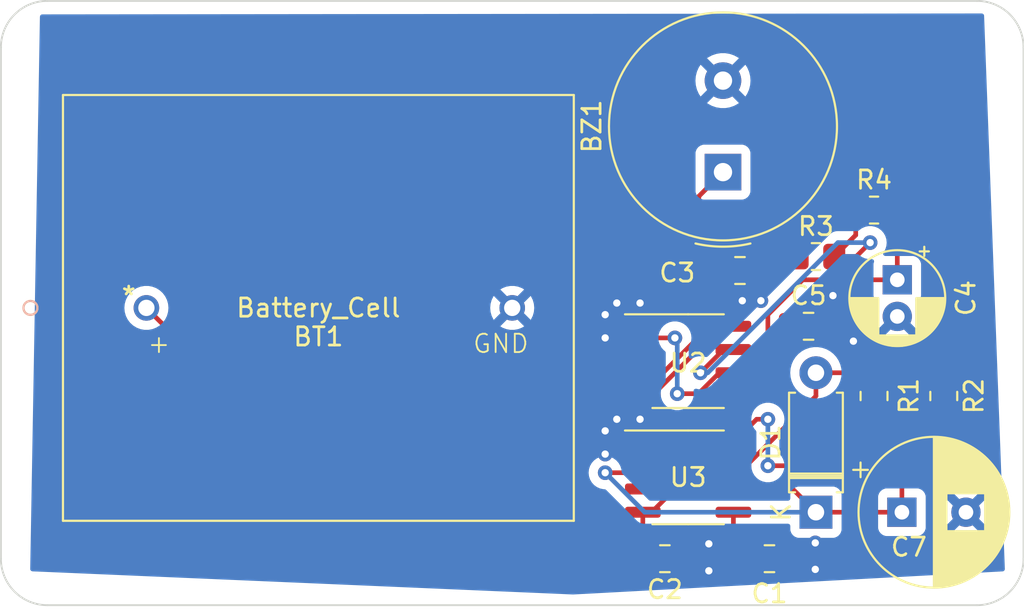
<source format=kicad_pcb>
(kicad_pcb (version 20221018) (generator pcbnew)
  (layers (0 "F.Cu" signal) (31 "B.Cu" signal) (34 "B.Paste" user) (35 "F.Paste" user) (36 "B.SilkS" user "B.Silkscreen") (37 "F.SilkS" user "F.Silkscreen") (38 "B.Mask" user) (39 "F.Mask" user) (44 "Edge.Cuts" user))
  (net 0 "")
  (net 1 "VCC")
  (net 2 "GND")
  (net 3 "Net-(BZ1--)")
  (net 4 "Net-(U3-CV)")
  (net 5 "/timer_out")
  (net 6 "Net-(U2-THR)")
  (net 7 "Net-(U2-CV)")
  (net 8 "Net-(D1-K)")
  (net 9 "Net-(D1-A)")
  (net 10 "Net-(U2-DIS)")
  (footprint "Buzzer_Beeper:Buzzer_TDK_PS1240P02BT_D12.2mm_H6.5mm" (layer "F.Cu") (at 141.0569 83.015785 90)
    (fp_text reference "BZ1" (at 2.5 -7.17 90) (layer "F.SilkS"))
    (fp_text value "Buzzer")
    (fp_arc (start -3.9 1.499999) (mid -4.073431 0) (end -3.9 -1.5) (stroke (width 0.12)) (layer "F.SilkS"))
    (fp_circle (center 2.5 0) (end 8.73 0) (stroke (width 0.12)) (fill none) (layer "F.SilkS"))
    (pad "1" thru_hole rect (at 0 0 90) (size 2 2) (drill 1) (layers "*.Cu" "*.Mask") (net 3 "Net-(BZ1--)"))
    (pad "2" thru_hole circle (at 5 0 90) (size 2 2) (drill 1) (layers "*.Cu" "*.Mask") (net 2 "GND"))
  )
  (footprint "Capacitor_SMD:C_0805_2012Metric_Pad1.18x1.45mm_HandSolder" (layer "F.Cu") (at 137.8819 104.14 180)
    (fp_text reference "C2" (at 0 -1.68) (layer "F.SilkS"))
    (fp_text value "0.01" hide)
    (fp_line (start -0.261252 -0.735) (end 0.261252 -0.735) (stroke (width 0.12)) (layer "F.SilkS"))
    (fp_line (start -0.261252 0.735) (end 0.261252 0.735) (stroke (width 0.12)) (layer "F.SilkS"))
    (pad "1" smd roundrect (at -1.0375 0 180) (size 1.175 1.45) (layers "F.Cu" "F.Paste" "F.Mask") (roundrect_rratio 0.212766) (net 2 "GND"))
    (pad "2" smd roundrect (at 1.0375 0 180) (size 1.175 1.45) (layers "F.Cu" "F.Paste" "F.Mask") (roundrect_rratio 0.212766) (net 1 "VCC"))
  )
  (footprint "Diode_THT:D_A-405_P7.62mm_Horizontal" (layer "F.Cu") (at 146.1369 101.6 90)
    (fp_text reference "D1" (at 3.81 -2.47 90) (layer "F.SilkS"))
    (fp_text value "D" hide)
    (fp_text user "K" (at 0 -1.9 90) (layer "F.SilkS"))
    (fp_line (start 1.09 -1.47) (end 6.53 -1.47) (stroke (width 0.12)) (layer "F.SilkS"))
    (fp_line (start 1.09 -1.14) (end 1.09 -1.47) (stroke (width 0.12)) (layer "F.SilkS"))
    (fp_line (start 1.09 1.14) (end 1.09 1.47) (stroke (width 0.12)) (layer "F.SilkS"))
    (fp_line (start 1.09 1.47) (end 6.53 1.47) (stroke (width 0.12)) (layer "F.SilkS"))
    (fp_line (start 1.87 -1.47) (end 1.87 1.47) (stroke (width 0.12)) (layer "F.SilkS"))
    (fp_line (start 1.99 -1.47) (end 1.99 1.47) (stroke (width 0.12)) (layer "F.SilkS"))
    (fp_line (start 2.11 -1.47) (end 2.11 1.47) (stroke (width 0.12)) (layer "F.SilkS"))
    (fp_line (start 6.53 -1.47) (end 6.53 -1.14) (stroke (width 0.12)) (layer "F.SilkS"))
    (fp_line (start 6.53 1.47) (end 6.53 1.14) (stroke (width 0.12)) (layer "F.SilkS"))
    (pad "1" thru_hole rect (at 0 0 90) (size 1.8 1.8) (drill 0.9) (layers "*.Cu" "*.Mask") (net 8 "Net-(D1-K)"))
    (pad "2" thru_hole oval (at 7.62 0 90) (size 1.8 1.8) (drill 0.9) (layers "*.Cu" "*.Mask") (net 9 "Net-(D1-A)"))
  )
  (footprint "Resistor_SMD:R_0805_2012Metric_Pad1.20x1.40mm_HandSolder" (layer "F.Cu") (at 146.1369 87.63)
    (fp_text reference "R3" (at 0 -1.65) (layer "F.SilkS"))
    (fp_text value "220" hide)
    (fp_line (start -0.227064 -0.735) (end 0.227064 -0.735) (stroke (width 0.12)) (layer "F.SilkS"))
    (fp_line (start -0.227064 0.735) (end 0.227064 0.735) (stroke (width 0.12)) (layer "F.SilkS"))
    (pad "1" smd roundrect (at -1 0) (size 1.2 1.4) (layers "F.Cu" "F.Paste" "F.Mask") (roundrect_rratio 0.208333) (net 5 "/timer_out"))
    (pad "2" smd roundrect (at 1 0) (size 1.2 1.4) (layers "F.Cu" "F.Paste" "F.Mask") (roundrect_rratio 0.208333) (net 10 "Net-(U2-DIS)"))
  )
  (footprint "Capacitor_SMD:C_0805_2012Metric_Pad1.18x1.45mm_HandSolder" (layer "F.Cu") (at 145.7344 91.44)
    (fp_text reference "C5" (at 0 -1.68) (layer "F.SilkS"))
    (fp_text value "0.01u" hide)
    (fp_line (start -0.261252 -0.735) (end 0.261252 -0.735) (stroke (width 0.12)) (layer "F.SilkS"))
    (fp_line (start -0.261252 0.735) (end 0.261252 0.735) (stroke (width 0.12)) (layer "F.SilkS"))
    (pad "1" smd roundrect (at -1.0375 0) (size 1.175 1.45) (layers "F.Cu" "F.Paste" "F.Mask") (roundrect_rratio 0.212766) (net 7 "Net-(U2-CV)"))
    (pad "2" smd roundrect (at 1.0375 0) (size 1.175 1.45) (layers "F.Cu" "F.Paste" "F.Mask") (roundrect_rratio 0.212766) (net 2 "GND"))
  )
  (footprint "Resistor_SMD:R_0805_2012Metric_Pad1.20x1.40mm_HandSolder" (layer "F.Cu") (at 149.3119 85.09)
    (fp_text reference "R4" (at 0 -1.65) (layer "F.SilkS"))
    (fp_text value "10k" hide)
    (fp_line (start -0.227064 -0.735) (end 0.227064 -0.735) (stroke (width 0.12)) (layer "F.SilkS"))
    (fp_line (start -0.227064 0.735) (end 0.227064 0.735) (stroke (width 0.12)) (layer "F.SilkS"))
    (pad "1" smd roundrect (at -1 0) (size 1.2 1.4) (layers "F.Cu" "F.Paste" "F.Mask") (roundrect_rratio 0.208333) (net 10 "Net-(U2-DIS)"))
    (pad "2" smd roundrect (at 1 0) (size 1.2 1.4) (layers "F.Cu" "F.Paste" "F.Mask") (roundrect_rratio 0.208333) (net 6 "Net-(U2-THR)"))
  )
  (footprint "Capacitor_THT:CP_Radial_D5.0mm_P2.00mm" (layer "F.Cu") (at 150.5819 88.9 -90)
    (fp_text reference "C4" (at 1 -3.75 90) (layer "F.SilkS"))
    (fp_text value "0.1uF" hide)
    (fp_line (start -1.804775 -1.475) (end -1.304775 -1.475) (stroke (width 0.12)) (layer "F.SilkS"))
    (fp_line (start -1.554775 -1.725) (end -1.554775 -1.225) (stroke (width 0.12)) (layer "F.SilkS"))
    (fp_line (start 1 -2.58) (end 1 -1.04) (stroke (width 0.12)) (layer "F.SilkS"))
    (fp_line (start 1 1.04) (end 1 2.58) (stroke (width 0.12)) (layer "F.SilkS"))
    (fp_line (start 1.04 -2.58) (end 1.04 -1.04) (stroke (width 0.12)) (layer "F.SilkS"))
    (fp_line (start 1.04 1.04) (end 1.04 2.58) (stroke (width 0.12)) (layer "F.SilkS"))
    (fp_line (start 1.08 -2.579) (end 1.08 -1.04) (stroke (width 0.12)) (layer "F.SilkS"))
    (fp_line (start 1.08 1.04) (end 1.08 2.579) (stroke (width 0.12)) (layer "F.SilkS"))
    (fp_line (start 1.12 -2.578) (end 1.12 -1.04) (stroke (width 0.12)) (layer "F.SilkS"))
    (fp_line (start 1.12 1.04) (end 1.12 2.578) (stroke (width 0.12)) (layer "F.SilkS"))
    (fp_line (start 1.16 -2.576) (end 1.16 -1.04) (stroke (width 0.12)) (layer "F.SilkS"))
    (fp_line (start 1.16 1.04) (end 1.16 2.576) (stroke (width 0.12)) (layer "F.SilkS"))
    (fp_line (start 1.2 -2.573) (end 1.2 -1.04) (stroke (width 0.12)) (layer "F.SilkS"))
    (fp_line (start 1.2 1.04) (end 1.2 2.573) (stroke (width 0.12)) (layer "F.SilkS"))
    (fp_line (start 1.24 -2.569) (end 1.24 -1.04) (stroke (width 0.12)) (layer "F.SilkS"))
    (fp_line (start 1.24 1.04) (end 1.24 2.569) (stroke (width 0.12)) (layer "F.SilkS"))
    (fp_line (start 1.28 -2.565) (end 1.28 -1.04) (stroke (width 0.12)) (layer "F.SilkS"))
    (fp_line (start 1.28 1.04) (end 1.28 2.565) (stroke (width 0.12)) (layer "F.SilkS"))
    (fp_line (start 1.32 -2.561) (end 1.32 -1.04) (stroke (width 0.12)) (layer "F.SilkS"))
    (fp_line (start 1.32 1.04) (end 1.32 2.561) (stroke (width 0.12)) (layer "F.SilkS"))
    (fp_line (start 1.36 -2.556) (end 1.36 -1.04) (stroke (width 0.12)) (layer "F.SilkS"))
    (fp_line (start 1.36 1.04) (end 1.36 2.556) (stroke (width 0.12)) (layer "F.SilkS"))
    (fp_line (start 1.4 -2.55) (end 1.4 -1.04) (stroke (width 0.12)) (layer "F.SilkS"))
    (fp_line (start 1.4 1.04) (end 1.4 2.55) (stroke (width 0.12)) (layer "F.SilkS"))
    (fp_line (start 1.44 -2.543) (end 1.44 -1.04) (stroke (width 0.12)) (layer "F.SilkS"))
    (fp_line (start 1.44 1.04) (end 1.44 2.543) (stroke (width 0.12)) (layer "F.SilkS"))
    (fp_line (start 1.48 -2.536) (end 1.48 -1.04) (stroke (width 0.12)) (layer "F.SilkS"))
    (fp_line (start 1.48 1.04) (end 1.48 2.536) (stroke (width 0.12)) (layer "F.SilkS"))
    (fp_line (start 1.52 -2.528) (end 1.52 -1.04) (stroke (width 0.12)) (layer "F.SilkS"))
    (fp_line (start 1.52 1.04) (end 1.52 2.528) (stroke (width 0.12)) (layer "F.SilkS"))
    (fp_line (start 1.56 -2.52) (end 1.56 -1.04) (stroke (width 0.12)) (layer "F.SilkS"))
    (fp_line (start 1.56 1.04) (end 1.56 2.52) (stroke (width 0.12)) (layer "F.SilkS"))
    (fp_line (start 1.6 -2.511) (end 1.6 -1.04) (stroke (width 0.12)) (layer "F.SilkS"))
    (fp_line (start 1.6 1.04) (end 1.6 2.511) (stroke (width 0.12)) (layer "F.SilkS"))
    (fp_line (start 1.64 -2.501) (end 1.64 -1.04) (stroke (width 0.12)) (layer "F.SilkS"))
    (fp_line (start 1.64 1.04) (end 1.64 2.501) (stroke (width 0.12)) (layer "F.SilkS"))
    (fp_line (start 1.68 -2.491) (end 1.68 -1.04) (stroke (width 0.12)) (layer "F.SilkS"))
    (fp_line (start 1.68 1.04) (end 1.68 2.491) (stroke (width 0.12)) (layer "F.SilkS"))
    (fp_line (start 1.721 -2.48) (end 1.721 -1.04) (stroke (width 0.12)) (layer "F.SilkS"))
    (fp_line (start 1.721 1.04) (end 1.721 2.48) (stroke (width 0.12)) (layer "F.SilkS"))
    (fp_line (start 1.761 -2.468) (end 1.761 -1.04) (stroke (width 0.12)) (layer "F.SilkS"))
    (fp_line (start 1.761 1.04) (end 1.761 2.468) (stroke (width 0.12)) (layer "F.SilkS"))
    (fp_line (start 1.801 -2.455) (end 1.801 -1.04) (stroke (width 0.12)) (layer "F.SilkS"))
    (fp_line (start 1.801 1.04) (end 1.801 2.455) (stroke (width 0.12)) (layer "F.SilkS"))
    (fp_line (start 1.841 -2.442) (end 1.841 -1.04) (stroke (width 0.12)) (layer "F.SilkS"))
    (fp_line (start 1.841 1.04) (end 1.841 2.442) (stroke (width 0.12)) (layer "F.SilkS"))
    (fp_line (start 1.881 -2.428) (end 1.881 -1.04) (stroke (width 0.12)) (layer "F.SilkS"))
    (fp_line (start 1.881 1.04) (end 1.881 2.428) (stroke (width 0.12)) (layer "F.SilkS"))
    (fp_line (start 1.921 -2.414) (end 1.921 -1.04) (stroke (width 0.12)) (layer "F.SilkS"))
    (fp_line (start 1.921 1.04) (end 1.921 2.414) (stroke (width 0.12)) (layer "F.SilkS"))
    (fp_line (start 1.961 -2.398) (end 1.961 -1.04) (stroke (width 0.12)) (layer "F.SilkS"))
    (fp_line (start 1.961 1.04) (end 1.961 2.398) (stroke (width 0.12)) (layer "F.SilkS"))
    (fp_line (start 2.001 -2.382) (end 2.001 -1.04) (stroke (width 0.12)) (layer "F.SilkS"))
    (fp_line (start 2.001 1.04) (end 2.001 2.382) (stroke (width 0.12)) (layer "F.SilkS"))
    (fp_line (start 2.041 -2.365) (end 2.041 -1.04) (stroke (width 0.12)) (layer "F.SilkS"))
    (fp_line (start 2.041 1.04) (end 2.041 2.365) (stroke (width 0.12)) (layer "F.SilkS"))
    (fp_line (start 2.081 -2.348) (end 2.081 -1.04) (stroke (width 0.12)) (layer "F.SilkS"))
    (fp_line (start 2.081 1.04) (end 2.081 2.348) (stroke (width 0.12)) (layer "F.SilkS"))
    (fp_line (start 2.121 -2.329) (end 2.121 -1.04) (stroke (width 0.12)) (layer "F.SilkS"))
    (fp_line (start 2.121 1.04) (end 2.121 2.329) (stroke (width 0.12)) (layer "F.SilkS"))
    (fp_line (start 2.161 -2.31) (end 2.161 -1.04) (stroke (width 0.12)) (layer "F.SilkS"))
    (fp_line (start 2.161 1.04) (end 2.161 2.31) (stroke (width 0.12)) (layer "F.SilkS"))
    (fp_line (start 2.201 -2.29) (end 2.201 -1.04) (stroke (width 0.12)) (layer "F.SilkS"))
    (fp_line (start 2.201 1.04) (end 2.201 2.29) (stroke (width 0.12)) (layer "F.SilkS"))
    (fp_line (start 2.241 -2.268) (end 2.241 -1.04) (stroke (width 0.12)) (layer "F.SilkS"))
    (fp_line (start 2.241 1.04) (end 2.241 2.268) (stroke (width 0.12)) (layer "F.SilkS"))
    (fp_line (start 2.281 -2.247) (end 2.281 -1.04) (stroke (width 0.12)) (layer "F.SilkS"))
    (fp_line (start 2.281 1.04) (end 2.281 2.247) (stroke (width 0.12)) (layer "F.SilkS"))
    (fp_line (start 2.321 -2.224) (end 2.321 -1.04) (stroke (width 0.12)) (layer "F.SilkS"))
    (fp_line (start 2.321 1.04) (end 2.321 2.224) (stroke (width 0.12)) (layer "F.SilkS"))
    (fp_line (start 2.361 -2.2) (end 2.361 -1.04) (stroke (width 0.12)) (layer "F.SilkS"))
    (fp_line (start 2.361 1.04) (end 2.361 2.2) (stroke (width 0.12)) (layer "F.SilkS"))
    (fp_line (start 2.401 -2.175) (end 2.401 -1.04) (stroke (width 0.12)) (layer "F.SilkS"))
    (fp_line (start 2.401 1.04) (end 2.401 2.175) (stroke (width 0.12)) (layer "F.SilkS"))
    (fp_line (start 2.441 -2.149) (end 2.441 -1.04) (stroke (width 0.12)) (layer "F.SilkS"))
    (fp_line (start 2.441 1.04) (end 2.441 2.149) (stroke (width 0.12)) (layer "F.SilkS"))
    (fp_line (start 2.481 -2.122) (end 2.481 -1.04) (stroke (width 0.12)) (layer "F.SilkS"))
    (fp_line (start 2.481 1.04) (end 2.481 2.122) (stroke (width 0.12)) (layer "F.SilkS"))
    (fp_line (start 2.521 -2.095) (end 2.521 -1.04) (stroke (width 0.12)) (layer "F.SilkS"))
    (fp_line (start 2.521 1.04) (end 2.521 2.095) (stroke (width 0.12)) (layer "F.SilkS"))
    (fp_line (start 2.561 -2.065) (end 2.561 -1.04) (stroke (width 0.12)) (layer "F.SilkS"))
    (fp_line (start 2.561 1.04) (end 2.561 2.065) (stroke (width 0.12)) (layer "F.SilkS"))
    (fp_line (start 2.601 -2.035) (end 2.601 -1.04) (stroke (width 0.12)) (layer "F.SilkS"))
    (fp_line (start 2.601 1.04) (end 2.601 2.035) (stroke (width 0.12)) (layer "F.SilkS"))
    (fp_line (start 2.641 -2.004) (end 2.641 -1.04) (stroke (width 0.12)) (layer "F.SilkS"))
    (fp_line (start 2.641 1.04) (end 2.641 2.004) (stroke (width 0.12)) (layer "F.SilkS"))
    (fp_line (start 2.681 -1.971) (end 2.681 -1.04) (stroke (width 0.12)) (layer "F.SilkS"))
    (fp_line (start 2.681 1.04) (end 2.681 1.971) (stroke (width 0.12)) (layer "F.SilkS"))
    (fp_line (start 2.721 -1.937) (end 2.721 -1.04) (stroke (width 0.12)) (layer "F.SilkS"))
    (fp_line (start 2.721 1.04) (end 2.721 1.937) (stroke (width 0.12)) (layer "F.SilkS"))
    (fp_line (start 2.761 -1.901) (end 2.761 -1.04) (stroke (width 0.12)) (layer "F.SilkS"))
    (fp_line (start 2.761 1.04) (end 2.761 1.901) (stroke (width 0.12)) (layer "F.SilkS"))
    (fp_line (start 2.801 -1.864) (end 2.801 -1.04) (stroke (width 0.12)) (layer "F.SilkS"))
    (fp_line (start 2.801 1.04) (end 2.801 1.864) (stroke (width 0.12)) (layer "F.SilkS"))
    (fp_line (start 2.841 -1.826) (end 2.841 -1.04) (stroke (width 0.12)) (layer "F.SilkS"))
    (fp_line (start 2.841 1.04) (end 2.841 1.826) (stroke (width 0.12)) (layer "F.SilkS"))
    (fp_line (start 2.881 -1.785) (end 2.881 -1.04) (stroke (width 0.12)) (layer "F.SilkS"))
    (fp_line (start 2.881 1.04) (end 2.881 1.785) (stroke (width 0.12)) (layer "F.SilkS"))
    (fp_line (start 2.921 -1.743) (end 2.921 -1.04) (stroke (width 0.12)) (layer "F.SilkS"))
    (fp_line (start 2.921 1.04) (end 2.921 1.743) (stroke (width 0.12)) (layer "F.SilkS"))
    (fp_line (start 2.961 -1.699) (end 2.961 -1.04) (stroke (width 0.12)) (layer "F.SilkS"))
    (fp_line (start 2.961 1.04) (end 2.961 1.699) (stroke (width 0.12)) (layer "F.SilkS"))
    (fp_line (start 3.001 -1.653) (end 3.001 -1.04) (stroke (width 0.12)) (layer "F.SilkS"))
    (fp_line (start 3.001 1.04) (end 3.001 1.653) (stroke (width 0.12)) (layer "F.SilkS"))
    (fp_line (start 3.041 -1.605) (end 3.041 1.605) (stroke (width 0.12)) (layer "F.SilkS"))
    (fp_line (start 3.081 -1.554) (end 3.081 1.554) (stroke (width 0.12)) (layer "F.SilkS"))
    (fp_line (start 3.121 -1.5) (end 3.121 1.5) (stroke (width 0.12)) (layer "F.SilkS"))
    (fp_line (start 3.161 -1.443) (end 3.161 1.443) (stroke (width 0.12)) (layer "F.SilkS"))
    (fp_line (start 3.201 -1.383) (end 3.201 1.383) (stroke (width 0.12)) (layer "F.SilkS"))
    (fp_line (start 3.241 -1.319) (end 3.241 1.319) (stroke (width 0.12)) (layer "F.SilkS"))
    (fp_line (start 3.281 -1.251) (end 3.281 1.251) (stroke (width 0.12)) (layer "F.SilkS"))
    (fp_line (start 3.321 -1.178) (end 3.321 1.178) (stroke (width 0.12)) (layer "F.SilkS"))
    (fp_line (start 3.361 -1.098) (end 3.361 1.098) (stroke (width 0.12)) (layer "F.SilkS"))
    (fp_line (start 3.401 -1.011) (end 3.401 1.011) (stroke (width 0.12)) (layer "F.SilkS"))
    (fp_line (start 3.441 -0.915) (end 3.441 0.915) (stroke (width 0.12)) (layer "F.SilkS"))
    (fp_line (start 3.481 -0.805) (end 3.481 0.805) (stroke (width 0.12)) (layer "F.SilkS"))
    (fp_line (start 3.521 -0.677) (end 3.521 0.677) (stroke (width 0.12)) (layer "F.SilkS"))
    (fp_line (start 3.561 -0.518) (end 3.561 0.518) (stroke (width 0.12)) (layer "F.SilkS"))
    (fp_line (start 3.601 -0.284) (end 3.601 0.284) (stroke (width 0.12)) (layer "F.SilkS"))
    (fp_circle (center 1 0) (end 3.62 0) (stroke (width 0.12)) (fill none) (layer "F.SilkS"))
    (pad "1" thru_hole rect (at 0 0 270) (size 1.6 1.6) (drill 0.8) (layers "*.Cu" "*.Mask") (net 6 "Net-(U2-THR)"))
    (pad "2" thru_hole circle (at 2 0 270) (size 1.6 1.6) (drill 0.8) (layers "*.Cu" "*.Mask") (net 2 "GND"))
  )
  (footprint "Package_SO:SOIC-8_3.9x4.9mm_P1.27mm" (layer "F.Cu") (at 139.1519 99.695)
    (fp_text reference "U3" (at 0 0) (layer "F.SilkS"))
    (fp_text value "TLC555xD" hide)
    (fp_line (start 0 -2.56) (end -3.45 -2.56) (stroke (width 0.12)) (layer "F.SilkS"))
    (fp_line (start 0 -2.56) (end 1.95 -2.56) (stroke (width 0.12)) (layer "F.SilkS"))
    (fp_line (start 0 2.56) (end -1.95 2.56) (stroke (width 0.12)) (layer "F.SilkS"))
    (fp_line (start 0 2.56) (end 1.95 2.56) (stroke (width 0.12)) (layer "F.SilkS"))
    (pad "1" smd roundrect (at -2.475 -1.905) (size 1.95 0.6) (layers "F.Cu" "F.Paste" "F.Mask") (net 2 "GND"))
    (pad "2" smd roundrect (at -2.475 -0.635) (size 1.95 0.6) (layers "F.Cu" "F.Paste" "F.Mask") (net 8 "Net-(D1-K)"))
    (pad "3" smd roundrect (at -2.475 0.635) (size 1.95 0.6) (layers "F.Cu" "F.Paste" "F.Mask") (net 5 "/timer_out"))
    (pad "4" smd roundrect (at -2.475 1.905) (size 1.95 0.6) (layers "F.Cu" "F.Paste" "F.Mask") (net 1 "VCC"))
    (pad "5" smd roundrect (at 2.475 1.905) (size 1.95 0.6) (layers "F.Cu" "F.Paste" "F.Mask") (net 4 "Net-(U3-CV)"))
    (pad "6" smd roundrect (at 2.475 0.635) (size 1.95 0.6) (layers "F.Cu" "F.Paste" "F.Mask") (net 8 "Net-(D1-K)"))
    (pad "7" smd roundrect (at 2.475 -0.635) (size 1.95 0.6) (layers "F.Cu" "F.Paste" "F.Mask") (net 9 "Net-(D1-A)"))
    (pad "8" smd roundrect (at 2.475 -1.905) (size 1.95 0.6) (layers "F.Cu" "F.Paste" "F.Mask") (net 1 "VCC"))
  )
  (footprint "Resistor_SMD:R_0805_2012Metric_Pad1.20x1.40mm_HandSolder" (layer "F.Cu") (at 153.1219 95.25 -90)
    (fp_text reference "R2" (at 0 -1.65 90) (layer "F.SilkS"))
    (fp_text value "209M" hide)
    (fp_line (start -0.227064 -0.735) (end 0.227064 -0.735) (stroke (width 0.12)) (layer "F.SilkS"))
    (fp_line (start -0.227064 0.735) (end 0.227064 0.735) (stroke (width 0.12)) (layer "F.SilkS"))
    (pad "1" smd roundrect (at -1 0 270) (size 1.2 1.4) (layers "F.Cu" "F.Paste" "F.Mask") (roundrect_rratio 0.208333) (net 9 "Net-(D1-A)"))
    (pad "2" smd roundrect (at 1 0 270) (size 1.2 1.4) (layers "F.Cu" "F.Paste" "F.Mask") (roundrect_rratio 0.208333) (net 8 "Net-(D1-K)"))
  )
  (footprint "Capacitor_THT:CP_Radial_D8.0mm_P3.50mm" (layer "F.Cu") (at 150.834249 101.6)
    (fp_text reference "C7" (at 0.382651 1.905) (layer "F.SilkS"))
    (fp_text value "3.3u" hide)
    (fp_line (start -2.659698 -2.315) (end -1.859698 -2.315) (stroke (width 0.12)) (layer "F.SilkS"))
    (fp_line (start -2.259698 -2.715) (end -2.259698 -1.915) (stroke (width 0.12)) (layer "F.SilkS"))
    (fp_line (start 1.75 -4.08) (end 1.75 4.08) (stroke (width 0.12)) (layer "F.SilkS"))
    (fp_line (start 1.79 -4.08) (end 1.79 4.08) (stroke (width 0.12)) (layer "F.SilkS"))
    (fp_line (start 1.83 -4.08) (end 1.83 4.08) (stroke (width 0.12)) (layer "F.SilkS"))
    (fp_line (start 1.87 -4.079) (end 1.87 4.079) (stroke (width 0.12)) (layer "F.SilkS"))
    (fp_line (start 1.91 -4.077) (end 1.91 4.077) (stroke (width 0.12)) (layer "F.SilkS"))
    (fp_line (start 1.95 -4.076) (end 1.95 4.076) (stroke (width 0.12)) (layer "F.SilkS"))
    (fp_line (start 1.99 -4.074) (end 1.99 4.074) (stroke (width 0.12)) (layer "F.SilkS"))
    (fp_line (start 2.03 -4.071) (end 2.03 4.071) (stroke (width 0.12)) (layer "F.SilkS"))
    (fp_line (start 2.07 -4.068) (end 2.07 4.068) (stroke (width 0.12)) (layer "F.SilkS"))
    (fp_line (start 2.11 -4.065) (end 2.11 4.065) (stroke (width 0.12)) (layer "F.SilkS"))
    (fp_line (start 2.15 -4.061) (end 2.15 4.061) (stroke (width 0.12)) (layer "F.SilkS"))
    (fp_line (start 2.19 -4.057) (end 2.19 4.057) (stroke (width 0.12)) (layer "F.SilkS"))
    (fp_line (start 2.23 -4.052) (end 2.23 4.052) (stroke (width 0.12)) (layer "F.SilkS"))
    (fp_line (start 2.27 -4.048) (end 2.27 4.048) (stroke (width 0.12)) (layer "F.SilkS"))
    (fp_line (start 2.31 -4.042) (end 2.31 4.042) (stroke (width 0.12)) (layer "F.SilkS"))
    (fp_line (start 2.35 -4.037) (end 2.35 4.037) (stroke (width 0.12)) (layer "F.SilkS"))
    (fp_line (start 2.39 -4.03) (end 2.39 4.03) (stroke (width 0.12)) (layer "F.SilkS"))
    (fp_line (start 2.43 -4.024) (end 2.43 4.024) (stroke (width 0.12)) (layer "F.SilkS"))
    (fp_line (start 2.471 -4.017) (end 2.471 -1.04) (stroke (width 0.12)) (layer "F.SilkS"))
    (fp_line (start 2.471 1.04) (end 2.471 4.017) (stroke (width 0.12)) (layer "F.SilkS"))
    (fp_line (start 2.511 -4.01) (end 2.511 -1.04) (stroke (width 0.12)) (layer "F.SilkS"))
    (fp_line (start 2.511 1.04) (end 2.511 4.01) (stroke (width 0.12)) (layer "F.SilkS"))
    (fp_line (start 2.551 -4.002) (end 2.551 -1.04) (stroke (width 0.12)) (layer "F.SilkS"))
    (fp_line (start 2.551 1.04) (end 2.551 4.002) (stroke (width 0.12)) (layer "F.SilkS"))
    (fp_line (start 2.591 -3.994) (end 2.591 -1.04) (stroke (width 0.12)) (layer "F.SilkS"))
    (fp_line (start 2.591 1.04) (end 2.591 3.994) (stroke (width 0.12)) (layer "F.SilkS"))
    (fp_line (start 2.631 -3.985) (end 2.631 -1.04) (stroke (width 0.12)) (layer "F.SilkS"))
    (fp_line (start 2.631 1.04) (end 2.631 3.985) (stroke (width 0.12)) (layer "F.SilkS"))
    (fp_line (start 2.671 -3.976) (end 2.671 -1.04) (stroke (width 0.12)) (layer "F.SilkS"))
    (fp_line (start 2.671 1.04) (end 2.671 3.976) (stroke (width 0.12)) (layer "F.SilkS"))
    (fp_line (start 2.711 -3.967) (end 2.711 -1.04) (stroke (width 0.12)) (layer "F.SilkS"))
    (fp_line (start 2.711 1.04) (end 2.711 3.967) (stroke (width 0.12)) (layer "F.SilkS"))
    (fp_line (start 2.751 -3.957) (end 2.751 -1.04) (stroke (width 0.12)) (layer "F.SilkS"))
    (fp_line (start 2.751 1.04) (end 2.751 3.957) (stroke (width 0.12)) (layer "F.SilkS"))
    (fp_line (start 2.791 -3.947) (end 2.791 -1.04) (stroke (width 0.12)) (layer "F.SilkS"))
    (fp_line (start 2.791 1.04) (end 2.791 3.947) (stroke (width 0.12)) (layer "F.SilkS"))
    (fp_line (start 2.831 -3.936) (end 2.831 -1.04) (stroke (width 0.12)) (layer "F.SilkS"))
    (fp_line (start 2.831 1.04) (end 2.831 3.936) (stroke (width 0.12)) (layer "F.SilkS"))
    (fp_line (start 2.871 -3.925) (end 2.871 -1.04) (stroke (width 0.12)) (layer "F.SilkS"))
    (fp_line (start 2.871 1.04) (end 2.871 3.925) (stroke (width 0.12)) (layer "F.SilkS"))
    (fp_line (start 2.911 -3.914) (end 2.911 -1.04) (stroke (width 0.12)) (layer "F.SilkS"))
    (fp_line (start 2.911 1.04) (end 2.911 3.914) (stroke (width 0.12)) (layer "F.SilkS"))
    (fp_line (start 2.951 -3.902) (end 2.951 -1.04) (stroke (width 0.12)) (layer "F.SilkS"))
    (fp_line (start 2.951 1.04) (end 2.951 3.902) (stroke (width 0.12)) (layer "F.SilkS"))
    (fp_line (start 2.991 -3.889) (end 2.991 -1.04) (stroke (width 0.12)) (layer "F.SilkS"))
    (fp_line (start 2.991 1.04) (end 2.991 3.889) (stroke (width 0.12)) (layer "F.SilkS"))
    (fp_line (start 3.031 -3.877) (end 3.031 -1.04) (stroke (width 0.12)) (layer "F.SilkS"))
    (fp_line (start 3.031 1.04) (end 3.031 3.877) (stroke (width 0.12)) (layer "F.SilkS"))
    (fp_line (start 3.071 -3.863) (end 3.071 -1.04) (stroke (width 0.12)) (layer "F.SilkS"))
    (fp_line (start 3.071 1.04) (end 3.071 3.863) (stroke (width 0.12)) (layer "F.SilkS"))
    (fp_line (start 3.111 -3.85) (end 3.111 -1.04) (stroke (width 0.12)) (layer "F.SilkS"))
    (fp_line (start 3.111 1.04) (end 3.111 3.85) (stroke (width 0.12)) (layer "F.SilkS"))
    (fp_line (start 3.151 -3.835) (end 3.151 -1.04) (stroke (width 0.12)) (layer "F.SilkS"))
    (fp_line (start 3.151 1.04) (end 3.151 3.835) (stroke (width 0.12)) (layer "F.SilkS"))
    (fp_line (start 3.191 -3.821) (end 3.191 -1.04) (stroke (width 0.12)) (layer "F.SilkS"))
    (fp_line (start 3.191 1.04) (end 3.191 3.821) (stroke (width 0.12)) (layer "F.SilkS"))
    (fp_line (start 3.231 -3.805) (end 3.231 -1.04) (stroke (width 0.12)) (layer "F.SilkS"))
    (fp_line (start 3.231 1.04) (end 3.231 3.805) (stroke (width 0.12)) (layer "F.SilkS"))
    (fp_line (start 3.271 -3.79) (end 3.271 -1.04) (stroke (width 0.12)) (layer "F.SilkS"))
    (fp_line (start 3.271 1.04) (end 3.271 3.79) (stroke (width 0.12)) (layer "F.SilkS"))
    (fp_line (start 3.311 -3.774) (end 3.311 -1.04) (stroke (width 0.12)) (layer "F.SilkS"))
    (fp_line (start 3.311 1.04) (end 3.311 3.774) (stroke (width 0.12)) (layer "F.SilkS"))
    (fp_line (start 3.351 -3.757) (end 3.351 -1.04) (stroke (width 0.12)) (layer "F.SilkS"))
    (fp_line (start 3.351 1.04) (end 3.351 3.757) (stroke (width 0.12)) (layer "F.SilkS"))
    (fp_line (start 3.391 -3.74) (end 3.391 -1.04) (stroke (width 0.12)) (layer "F.SilkS"))
    (fp_line (start 3.391 1.04) (end 3.391 3.74) (stroke (width 0.12)) (layer "F.SilkS"))
    (fp_line (start 3.431 -3.722) (end 3.431 -1.04) (stroke (width 0.12)) (layer "F.SilkS"))
    (fp_line (start 3.431 1.04) (end 3.431 3.722) (stroke (width 0.12)) (layer "F.SilkS"))
    (fp_line (start 3.471 -3.704) (end 3.471 -1.04) (stroke (width 0.12)) (layer "F.SilkS"))
    (fp_line (start 3.471 1.04) (end 3.471 3.704) (stroke (width 0.12)) (layer "F.SilkS"))
    (fp_line (start 3.511 -3.686) (end 3.511 -1.04) (stroke (width 0.12)) (layer "F.SilkS"))
    (fp_line (start 3.511 1.04) (end 3.511 3.686) (stroke (width 0.12)) (layer "F.SilkS"))
    (fp_line (start 3.551 -3.666) (end 3.551 -1.04) (stroke (width 0.12)) (layer "F.SilkS"))
    (fp_line (start 3.551 1.04) (end 3.551 3.666) (stroke (width 0.12)) (layer "F.SilkS"))
    (fp_line (start 3.591 -3.647) (end 3.591 -1.04) (stroke (width 0.12)) (layer "F.SilkS"))
    (fp_line (start 3.591 1.04) (end 3.591 3.647) (stroke (width 0.12)) (layer "F.SilkS"))
    (fp_line (start 3.631 -3.627) (end 3.631 -1.04) (stroke (width 0.12)) (layer "F.SilkS"))
    (fp_line (start 3.631 1.04) (end 3.631 3.627) (stroke (width 0.12)) (layer "F.SilkS"))
    (fp_line (start 3.671 -3.606) (end 3.671 -1.04) (stroke (width 0.12)) (layer "F.SilkS"))
    (fp_line (start 3.671 1.04) (end 3.671 3.606) (stroke (width 0.12)) (layer "F.SilkS"))
    (fp_line (start 3.711 -3.584) (end 3.711 -1.04) (stroke (width 0.12)) (layer "F.SilkS"))
    (fp_line (start 3.711 1.04) (end 3.711 3.584) (stroke (width 0.12)) (layer "F.SilkS"))
    (fp_line (start 3.751 -3.562) (end 3.751 -1.04) (stroke (width 0.12)) (layer "F.SilkS"))
    (fp_line (start 3.751 1.04) (end 3.751 3.562) (stroke (width 0.12)) (layer "F.SilkS"))
    (fp_line (start 3.791 -3.54) (end 3.791 -1.04) (stroke (width 0.12)) (layer "F.SilkS"))
    (fp_line (start 3.791 1.04) (end 3.791 3.54) (stroke (width 0.12)) (layer "F.SilkS"))
    (fp_line (start 3.831 -3.517) (end 3.831 -1.04) (stroke (width 0.12)) (layer "F.SilkS"))
    (fp_line (start 3.831 1.04) (end 3.831 3.517) (stroke (width 0.12)) (layer "F.SilkS"))
    (fp_line (start 3.871 -3.493) (end 3.871 -1.04) (stroke (width 0.12)) (layer "F.SilkS"))
    (fp_line (start 3.871 1.04) (end 3.871 3.493) (stroke (width 0.12)) (layer "F.SilkS"))
    (fp_line (start 3.911 -3.469) (end 3.911 -1.04) (stroke (width 0.12)) (layer "F.SilkS"))
    (fp_line (start 3.911 1.04) (end 3.911 3.469) (stroke (width 0.12)) (layer "F.SilkS"))
    (fp_line (start 3.951 -3.444) (end 3.951 -1.04) (stroke (width 0.12)) (layer "F.SilkS"))
    (fp_line (start 3.951 1.04) (end 3.951 3.444) (stroke (width 0.12)) (layer "F.SilkS"))
    (fp_line (start 3.991 -3.418) (end 3.991 -1.04) (stroke (width 0.12)) (layer "F.SilkS"))
    (fp_line (start 3.991 1.04) (end 3.991 3.418) (stroke (width 0.12)) (layer "F.SilkS"))
    (fp_line (start 4.031 -3.392) (end 4.031 -1.04) (stroke (width 0.12)) (layer "F.SilkS"))
    (fp_line (start 4.031 1.04) (end 4.031 3.392) (stroke (width 0.12)) (layer "F.SilkS"))
    (fp_line (start 4.071 -3.365) (end 4.071 -1.04) (stroke (width 0.12)) (layer "F.SilkS"))
    (fp_line (start 4.071 1.04) (end 4.071 3.365) (stroke (width 0.12)) (layer "F.SilkS"))
    (fp_line (start 4.111 -3.338) (end 4.111 -1.04) (stroke (width 0.12)) (layer "F.SilkS"))
    (fp_line (start 4.111 1.04) (end 4.111 3.338) (stroke (width 0.12)) (layer "F.SilkS"))
    (fp_line (start 4.151 -3.309) (end 4.151 -1.04) (stroke (width 0.12)) (layer "F.SilkS"))
    (fp_line (start 4.151 1.04) (end 4.151 3.309) (stroke (width 0.12)) (layer "F.SilkS"))
    (fp_line (start 4.191 -3.28) (end 4.191 -1.04) (stroke (width 0.12)) (layer "F.SilkS"))
    (fp_line (start 4.191 1.04) (end 4.191 3.28) (stroke (width 0.12)) (layer "F.SilkS"))
    (fp_line (start 4.231 -3.25) (end 4.231 -1.04) (stroke (width 0.12)) (layer "F.SilkS"))
    (fp_line (start 4.231 1.04) (end 4.231 3.25) (stroke (width 0.12)) (layer "F.SilkS"))
    (fp_line (start 4.271 -3.22) (end 4.271 -1.04) (stroke (width 0.12)) (layer "F.SilkS"))
    (fp_line (start 4.271 1.04) (end 4.271 3.22) (stroke (width 0.12)) (layer "F.SilkS"))
    (fp_line (start 4.311 -3.189) (end 4.311 -1.04) (stroke (width 0.12)) (layer "F.SilkS"))
    (fp_line (start 4.311 1.04) (end 4.311 3.189) (stroke (width 0.12)) (layer "F.SilkS"))
    (fp_line (start 4.351 -3.156) (end 4.351 -1.04) (stroke (width 0.12)) (layer "F.SilkS"))
    (fp_line (start 4.351 1.04) (end 4.351 3.156) (stroke (width 0.12)) (layer "F.SilkS"))
    (fp_line (start 4.391 -3.124) (end 4.391 -1.04) (stroke (width 0.12)) (layer "F.SilkS"))
    (fp_line (start 4.391 1.04) (end 4.391 3.124) (stroke (width 0.12)) (layer "F.SilkS"))
    (fp_line (start 4.431 -3.09) (end 4.431 -1.04) (stroke (width 0.12)) (layer "F.SilkS"))
    (fp_line (start 4.431 1.04) (end 4.431 3.09) (stroke (width 0.12)) (layer "F.SilkS"))
    (fp_line (start 4.471 -3.055) (end 4.471 -1.04) (stroke (width 0.12)) (layer "F.SilkS"))
    (fp_line (start 4.471 1.04) (end 4.471 3.055) (stroke (width 0.12)) (layer "F.SilkS"))
    (fp_line (start 4.511 -3.019) (end 4.511 -1.04) (stroke (width 0.12)) (layer "F.SilkS"))
    (fp_line (start 4.511 1.04) (end 4.511 3.019) (stroke (width 0.12)) (layer "F.SilkS"))
    (fp_line (start 4.551 -2.983) (end 4.551 2.983) (stroke (width 0.12)) (layer "F.SilkS"))
    (fp_line (start 4.591 -2.945) (end 4.591 2.945) (stroke (width 0.12)) (layer "F.SilkS"))
    (fp_line (start 4.631 -2.907) (end 4.631 2.907) (stroke (width 0.12)) (layer "F.SilkS"))
    (fp_line (start 4.671 -2.867) (end 4.671 2.867) (stroke (width 0.12)) (layer "F.SilkS"))
    (fp_line (start 4.711 -2.826) (end 4.711 2.826) (stroke (width 0.12)) (layer "F.SilkS"))
    (fp_line (start 4.751 -2.784) (end 4.751 2.784) (stroke (width 0.12)) (layer "F.SilkS"))
    (fp_line (start 4.791 -2.741) (end 4.791 2.741) (stroke (width 0.12)) (layer "F.SilkS"))
    (fp_line (start 4.831 -2.697) (end 4.831 2.697) (stroke (width 0.12)) (layer "F.SilkS"))
    (fp_line (start 4.871 -2.651) (end 4.871 2.651) (stroke (width 0.12)) (layer "F.SilkS"))
    (fp_line (start 4.911 -2.604) (end 4.911 2.604) (stroke (width 0.12)) (layer "F.SilkS"))
    (fp_line (start 4.951 -2.556) (end 4.951 2.556) (stroke (width 0.12)) (layer "F.SilkS"))
    (fp_line (start 4.991 -2.505) (end 4.991 2.505) (stroke (width 0.12)) (layer "F.SilkS"))
    (fp_line (start 5.031 -2.454) (end 5.031 2.454) (stroke (width 0.12)) (layer "F.SilkS"))
    (fp_line (start 5.071 -2.4) (end 5.071 2.4) (stroke (width 0.12)) (layer "F.SilkS"))
    (fp_line (start 5.111 -2.345) (end 5.111 2.345) (stroke (width 0.12)) (layer "F.SilkS"))
    (fp_line (start 5.151 -2.287) (end 5.151 2.287) (stroke (width 0.12)) (layer "F.SilkS"))
    (fp_line (start 5.191 -2.228) (end 5.191 2.228) (stroke (width 0.12)) (layer "F.SilkS"))
    (fp_line (start 5.231 -2.166) (end 5.231 2.166) (stroke (width 0.12)) (layer "F.SilkS"))
    (fp_line (start 5.271 -2.102) (end 5.271 2.102) (stroke (width 0.12)) (layer "F.SilkS"))
    (fp_line (start 5.311 -2.034) (end 5.311 2.034) (stroke (width 0.12)) (layer "F.SilkS"))
    (fp_line (start 5.351 -1.964) (end 5.351 1.964) (stroke (width 0.12)) (layer "F.SilkS"))
    (fp_line (start 5.391 -1.89) (end 5.391 1.89) (stroke (width 0.12)) (layer "F.SilkS"))
    (fp_line (start 5.431 -1.813) (end 5.431 1.813) (stroke (width 0.12)) (layer "F.SilkS"))
    (fp_line (start 5.471 -1.731) (end 5.471 1.731) (stroke (width 0.12)) (layer "F.SilkS"))
    (fp_line (start 5.511 -1.645) (end 5.511 1.645) (stroke (width 0.12)) (layer "F.SilkS"))
    (fp_line (start 5.551 -1.552) (end 5.551 1.552) (stroke (width 0.12)) (layer "F.SilkS"))
    (fp_line (start 5.591 -1.453) (end 5.591 1.453) (stroke (width 0.12)) (layer "F.SilkS"))
    (fp_line (start 5.631 -1.346) (end 5.631 1.346) (stroke (width 0.12)) (layer "F.SilkS"))
    (fp_line (start 5.671 -1.229) (end 5.671 1.229) (stroke (width 0.12)) (layer "F.SilkS"))
    (fp_line (start 5.711 -1.098) (end 5.711 1.098) (stroke (width 0.12)) (layer "F.SilkS"))
    (fp_line (start 5.751 -0.948) (end 5.751 0.948) (stroke (width 0.12)) (layer "F.SilkS"))
    (fp_line (start 5.791 -0.768) (end 5.791 0.768) (stroke (width 0.12)) (layer "F.SilkS"))
    (fp_line (start 5.831 -0.533) (end 5.831 0.533) (stroke (width 0.12)) (layer "F.SilkS"))
    (fp_circle (center 1.75 0) (end 5.87 0) (stroke (width 0.12)) (fill none) (layer "F.SilkS"))
    (pad "1" thru_hole rect (at 0 0) (size 1.6 1.6) (drill 0.8) (layers "*.Cu" "*.Mask") (net 8 "Net-(D1-K)"))
    (pad "2" thru_hole circle (at 3.5 0) (size 1.6 1.6) (drill 0.8) (layers "*.Cu" "*.Mask") (net 2 "GND"))
  )
  (footprint "Capacitor_SMD:C_0805_2012Metric_Pad1.18x1.45mm_HandSolder" (layer "F.Cu") (at 141.986 88.392)
    (fp_text reference "C3" (at -3.429 0.127) (layer "F.SilkS"))
    (fp_text value "0.01u" hide)
    (fp_line (start -0.261252 -0.735) (end 0.261252 -0.735) (stroke (width 0.12)) (layer "F.SilkS"))
    (fp_line (start -0.261252 0.735) (end 0.261252 0.735) (stroke (width 0.12)) (layer "F.SilkS"))
    (pad "1" smd roundrect (at -1.0375 0) (size 1.175 1.45) (layers "F.Cu" "F.Paste" "F.Mask") (roundrect_rratio 0.212766) (net 5 "/timer_out"))
    (pad "2" smd roundrect (at 1.0375 0) (size 1.175 1.45) (layers "F.Cu" "F.Paste" "F.Mask") (roundrect_rratio 0.212766) (net 2 "GND"))
  )
  (footprint "Package_SO:SOIC-8_3.9x4.9mm_P1.27mm" (layer "F.Cu") (at 139.1519 93.345)
    (fp_text reference "U2" (at 0 0.1) (layer "F.SilkS"))
    (fp_text value "TLC555xD" hide)
    (fp_line (start 0 -2.56) (end -3.45 -2.56) (stroke (width 0.12)) (layer "F.SilkS"))
    (fp_line (start 0 -2.56) (end 1.95 -2.56) (stroke (width 0.12)) (layer "F.SilkS"))
    (fp_line (start 0 2.56) (end -1.95 2.56) (stroke (width 0.12)) (layer "F.SilkS"))
    (fp_line (start 0 2.56) (end 1.95 2.56) (stroke (width 0.12)) (layer "F.SilkS"))
    (pad "1" smd roundrect (at -2.475 -1.905) (size 1.95 0.6) (layers "F.Cu" "F.Paste" "F.Mask") (net 2 "GND"))
    (pad "2" smd roundrect (at -2.475 -0.635) (size 1.95 0.6) (layers "F.Cu" "F.Paste" "F.Mask") (net 6 "Net-(U2-THR)"))
    (pad "3" smd roundrect (at -2.475 0.635) (size 1.95 0.6) (layers "F.Cu" "F.Paste" "F.Mask") (net 3 "Net-(BZ1--)"))
    (pad "4" smd roundrect (at -2.475 1.905) (size 1.95 0.6) (layers "F.Cu" "F.Paste" "F.Mask") (net 5 "/timer_out"))
    (pad "5" smd roundrect (at 2.475 1.905) (size 1.95 0.6) (layers "F.Cu" "F.Paste" "F.Mask") (net 7 "Net-(U2-CV)"))
    (pad "6" smd roundrect (at 2.475 0.635) (size 1.95 0.6) (layers "F.Cu" "F.Paste" "F.Mask") (net 6 "Net-(U2-THR)"))
    (pad "7" smd roundrect (at 2.475 -0.635) (size 1.95 0.6) (layers "F.Cu" "F.Paste" "F.Mask") (net 10 "Net-(U2-DIS)"))
    (pad "8" smd roundrect (at 2.475 -1.905) (size 1.95 0.6) (layers "F.Cu" "F.Paste" "F.Mask") (net 5 "/timer_out"))
  )
  (footprint "Capacitor_SMD:C_0805_2012Metric_Pad1.18x1.45mm_HandSolder" (layer "F.Cu") (at 143.5969 104.14)
    (fp_text reference "C1" (at 0 1.905) (layer "F.SilkS"))
    (fp_text value "0.01u" hide)
    (fp_line (start -0.261252 -0.735) (end 0.261252 -0.735) (stroke (width 0.12)) (layer "F.SilkS"))
    (fp_line (start -0.261252 0.735) (end 0.261252 0.735) (stroke (width 0.12)) (layer "F.SilkS"))
    (pad "1" smd roundrect (at -1.0375 0) (size 1.175 1.45) (layers "F.Cu" "F.Paste" "F.Mask") (roundrect_rratio 0.212766) (net 4 "Net-(U3-CV)"))
    (pad "2" smd roundrect (at 1.0375 0) (size 1.175 1.45) (layers "F.Cu" "F.Paste" "F.Mask") (roundrect_rratio 0.212766) (net 2 "GND"))
  )
  (footprint "Resistor_SMD:R_0805_2012Metric_Pad1.20x1.40mm_HandSolder" (layer "F.Cu") (at 149.3119 95.25 90)
    (fp_text reference "R1" (at 0 1.905 90) (layer "F.SilkS"))
    (fp_text value "437k" hide)
    (fp_line (start -0.227064 -0.735) (end 0.227064 -0.735) (stroke (width 0.12)) (layer "F.SilkS"))
    (fp_line (start -0.227064 0.735) (end 0.227064 0.735) (stroke (width 0.12)) (layer "F.SilkS"))
    (pad "1" smd roundrect (at -1 0 90) (size 1.2 1.4) (layers "F.Cu" "F.Paste" "F.Mask") (roundrect_rratio 0.208333) (net 1 "VCC"))
    (pad "2" smd roundrect (at 1 0 90) (size 1.2 1.4) (layers "F.Cu" "F.Paste" "F.Mask") (roundrect_rratio 0.208333) (net 9 "Net-(D1-A)"))
  )
  (footprint "custom_modules:1066" (layer "F.Cu") (at 109.5502 90.4352)
    (fp_text reference "BT1" (at 9.398 1.5748) (layer "F.SilkS"))
    (fp_text value "Battery_Cell" (at 9.398 0) (layer "F.SilkS"))
    (fp_text user "+" (at 0 2.54 unlocked) (layer "F.SilkS") (effects (font (thickness 0.1)) (justify left bottom)))
    (fp_text user "*" (at -0.9652 -0.6462) (layer "F.SilkS"))
    (fp_text user "GND" (at 17.78 2.54 unlocked) (layer "F.SilkS") (effects (font (thickness 0.1)) (justify left bottom)))
    (fp_circle (center -6.3373 0) (end -5.9563 0) (stroke (width 0.12)) (fill none) (layer "B.SilkS"))
    (fp_line (start -4.5593 -11.6332) (end -4.5593 11.6332) (stroke (width 0.12)) (layer "F.SilkS"))
    (fp_line (start -4.5593 11.6332) (end 23.3553 11.6332) (stroke (width 0.12)) (layer "F.SilkS"))
    (fp_line (start 23.3553 -11.6332) (end -4.5593 -11.6332) (stroke (width 0.12)) (layer "F.SilkS"))
    (fp_line (start 23.3553 11.6332) (end 23.3553 -11.6332) (stroke (width 0.12)) (layer "F.SilkS"))
    (fp_circle (center -6.3373 0) (end -5.9563 0) (stroke (width 0.12)) (fill none) (layer "F.SilkS"))
    (pad "1" thru_hole circle (at 0 0) (size 1.397 1.397) (drill 0.889) (layers "*.Cu" "*.Mask") (net 1 "VCC"))
    (pad "2" thru_hole circle (at 19.9898 0) (size 1.397 1.397) (drill 0.889) (layers "*.Cu" "*.Mask") (net 2 "GND"))
  )
  (gr_line (start 157.48 76.2) (end 157.48 104.14) (stroke (width 0.1)) (layer "Edge.Cuts"))
  (gr_arc (start 104.14 106.68) (mid 102.343949 105.936051) (end 101.6 104.14) (stroke (width 0.1)) (layer "Edge.Cuts"))
  (gr_line (start 101.6 76.2) (end 101.6 104.14) (stroke (width 0.1)) (layer "Edge.Cuts"))
  (gr_arc (start 157.48 104.14) (mid 156.736051 105.936051) (end 154.94 106.68) (stroke (width 0.1)) (layer "Edge.Cuts"))
  (gr_line (start 104.14 73.66) (end 154.94 73.66) (stroke (width 0.1)) (layer "Edge.Cuts"))
  (gr_arc (start 101.6 76.2) (mid 102.343949 74.403949) (end 104.14 73.66) (stroke (width 0.1)) (layer "Edge.Cuts"))
  (gr_line (start 104.14 106.68) (end 154.94 106.68) (stroke (width 0.1)) (layer "Edge.Cuts"))
  (gr_arc (start 154.94 73.66) (mid 156.736051 74.403949) (end 157.48 76.2) (stroke (width 0.1)) (layer "Edge.Cuts"))
  (segment (start 137.16 101.6) (end 140.97 97.79) (width 0.254) (layer "F.Cu") (net 1))
  (segment (start 109.5502 90.4352) (end 120.715 101.6) (width 0.254) (layer "F.Cu") (net 1))
  (segment (start 136.6769 103.9725) (end 136.8444 104.14) (width 0.254) (layer "F.Cu") (net 1))
  (segment (start 140.97 97.79) (end 141.6269 97.79) (width 0.254) (layer "F.Cu") (net 1))
  (segment (start 120.715 101.6) (end 136.6769 101.6) (width 0.254) (layer "F.Cu") (net 1))
  (segment (start 136.6769 101.6) (end 136.6769 103.9725) (width 0.254) (layer "F.Cu") (net 1))
  (segment (start 142.8969 96.52) (end 141.6269 97.79) (width 0.254) (layer "F.Cu") (net 1))
  (segment (start 149.3119 96.25) (end 146.5019 99.06) (width 0.254) (layer "F.Cu") (net 1))
  (segment (start 143.51 96.52) (end 142.8969 96.52) (width 0.254) (layer "F.Cu") (net 1))
  (segment (start 136.6769 101.6) (end 137.16 101.6) (width 0.254) (layer "F.Cu") (net 1))
  (segment (start 146.5019 99.06) (end 143.51 99.06) (width 0.254) (layer "F.Cu") (net 1))
  (via (at 143.51 96.52) (size 0.8) (drill 0.4) (layers "F.Cu" "B.Cu") (net 1))
  (via (at 143.51 99.06) (size 0.8) (drill 0.4) (layers "F.Cu" "B.Cu") (net 1))
  (segment (start 143.51 99.06) (end 143.51 96.52) (width 0.254) (layer "B.Cu") (net 1))
  (segment (start 139.4714 104.14) (end 140.2842 103.3272) (width 0.254) (layer "F.Cu") (net 2))
  (segment (start 146.7719 91.44) (end 147.3708 91.44) (width 0.254) (layer "F.Cu") (net 2))
  (segment (start 147.066 89.7636) (end 147.066 91.1352) (width 0.254) (layer "F.Cu") (net 2))
  (segment (start 135.255 96.52) (end 136.525 96.52) (width 0.254) (layer "F.Cu") (net 2))
  (segment (start 136.6769 91.44) (end 135.255 91.44) (width 0.254) (layer "F.Cu") (net 2))
  (segment (start 134.62 97.155) (end 135.255 96.52) (width 0.254) (layer "F.Cu") (net 2))
  (segment (start 136.6769 90.3219) (end 136.525 90.17) (width 0.254) (layer "F.Cu") (net 2))
  (segment (start 136.6769 97.79) (end 135.255 97.79) (width 0.254) (layer "F.Cu") (net 2))
  (segment (start 146.7719 90.0577) (end 147.066 89.7636) (width 0.254) (layer "F.Cu") (net 2))
  (segment (start 135.255 90.17) (end 136.525 90.17) (width 0.254) (layer "F.Cu") (net 2))
  (segment (start 134.62 98.425) (end 134.62 97.155) (width 0.254) (layer "F.Cu") (net 2))
  (segment (start 144.6344 104.14) (end 145.2372 104.14) (width 0.254) (layer "F.Cu") (net 2))
  (segment (start 134.62 92.075) (end 136.525 90.17) (width 0.254) (layer "F.Cu") (net 2))
  (segment (start 136.6769 91.44) (end 136.525 91.44) (width 0.254) (layer "F.Cu") (net 2))
  (segment (start 147.066 91.1352) (end 148.1836 92.2528) (width 0.254) (layer "F.Cu") (net 2))
  (segment (start 135.255 97.79) (end 134.62 98.425) (width 0.254) (layer "F.Cu") (net 2))
  (segment (start 138.9194 104.14) (end 139.4714 104.14) (width 0.254) (layer "F.Cu") (net 2))
  (segment (start 143.0235 88.392) (end 143.0235 89.9375) (width 0.254) (layer "F.Cu") (net 2))
  (segment (start 135.255 91.44) (end 134.62 92.075) (width 0.254) (layer "F.Cu") (net 2))
  (segment (start 142.113 90.043) (end 143.129 90.043) (width 0.254) (layer "F.Cu") (net 2))
  (segment (start 145.2372 104.14) (end 146.1008 103.2764) (width 0.254) (layer "F.Cu") (net 2))
  (segment (start 136.6769 96.6719) (end 136.525 96.52) (width 0.254) (layer "F.Cu") (net 2))
  (segment (start 143.0235 88.392) (end 143.0235 89.1325) (width 0.254) (layer "F.Cu") (net 2))
  (segment (start 134.62 92.075) (end 134.62 90.805) (width 0.254) (layer "F.Cu") (net 2))
  (segment (start 135.255 91.44) (end 134.62 90.805) (width 0.254) (layer "F.Cu") (net 2))
  (segment (start 146.7719 91.44) (end 146.7719 90.0577) (width 0.254) (layer "F.Cu") (net 2))
  (segment (start 143.0235 89.1325) (end 142.113 90.043) (width 0.254) (layer "F.Cu") (net 2))
  (segment (start 136.6769 97.79) (end 136.6769 96.6719) (width 0.254) (layer "F.Cu") (net 2))
  (segment (start 138.9194 104.14) (end 139.6238 104.14) (width 0.254) (layer "F.Cu") (net 2))
  (segment (start 147.3708 91.44) (end 148.1836 92.2528) (width 0.254) (layer "F.Cu") (net 2))
  (segment (start 134.62 98.425) (end 136.525 96.52) (width 0.254) (layer "F.Cu") (net 2))
  (segment (start 139.6238 104.14) (end 140.2842 104.8004) (width 0.254) (layer "F.Cu") (net 2))
  (segment (start 144.6344 104.14) (end 145.5166 104.14) (width 0.254) (layer "F.Cu") (net 2))
  (segment (start 134.62 90.805) (end 135.255 90.17) (width 0.254) (layer "F.Cu") (net 2))
  (segment (start 136.6769 97.79) (end 136.525 97.79) (width 0.254) (layer "F.Cu") (net 2))
  (segment (start 145.5166 104.14) (end 146.1008 104.7242) (width 0.254) (layer "F.Cu") (net 2))
  (segment (start 136.525 97.79) (end 135.255 96.52) (width 0.254) (layer "F.Cu") (net 2))
  (segment (start 140.2842 104.8004) (end 140.2842 103.3272) (width 0.254) (layer "F.Cu") (net 2))
  (segment (start 135.255 97.79) (end 134.62 97.155) (width 0.254) (layer "F.Cu") (net 2))
  (segment (start 143.0235 89.9375) (end 143.129 90.043) (width 0.254) (layer "F.Cu") (net 2))
  (segment (start 136.6769 91.44) (end 136.6769 90.3219) (width 0.254) (layer "F.Cu") (net 2))
  (segment (start 146.1008 104.7242) (end 146.1008 103.2764) (width 0.254) (layer "F.Cu") (net 2))
  (segment (start 136.525 91.44) (end 135.255 90.17) (width 0.254) (layer "F.Cu") (net 2))
  (via (at 142.113 90.043) (size 0.8) (drill 0.4) (layers "F.Cu" "B.Cu") (net 2))
  (via (at 134.62 92.075) (size 0.8) (drill 0.4) (layers "F.Cu" "B.Cu") (net 2))
  (via (at 135.255 90.17) (size 0.8) (drill 0.4) (layers "F.Cu" "B.Cu") (net 2))
  (via (at 135.255 96.52) (size 0.8) (drill 0.4) (layers "F.Cu" "B.Cu") (net 2))
  (via (at 140.2842 104.8004) (size 0.8) (drill 0.4) (layers "F.Cu" "B.Cu") (net 2))
  (via (at 136.525 96.52) (size 0.8) (drill 0.4) (layers "F.Cu" "B.Cu") (net 2))
  (via (at 147.066 89.7636) (size 0.8) (drill 0.4) (layers "F.Cu" "B.Cu") (net 2))
  (via (at 134.62 98.425) (size 0.8) (drill 0.4) (layers "F.Cu" "B.Cu") (net 2))
  (via (at 143.129 90.043) (size 0.8) (drill 0.4) (layers "F.Cu" "B.Cu") (net 2))
  (via (at 134.62 97.155) (size 0.8) (drill 0.4) (layers "F.Cu" "B.Cu") (net 2))
  (via (at 136.525 90.17) (size 0.8) (drill 0.4) (layers "F.Cu" "B.Cu") (net 2))
  (via (at 146.1008 103.2764) (size 0.8) (drill 0.4) (layers "F.Cu" "B.Cu") (net 2))
  (via (at 148.1836 92.2528) (size 0.8) (drill 0.4) (layers "F.Cu" "B.Cu") (net 2))
  (via (at 146.1008 104.7242) (size 0.8) (drill 0.4) (layers "F.Cu" "B.Cu") (net 2))
  (via (at 140.2842 103.3272) (size 0.8) (drill 0.4) (layers "F.Cu" "B.Cu") (net 2))
  (via (at 134.62 90.805) (size 0.8) (drill 0.4) (layers "F.Cu" "B.Cu") (net 2))
  (segment (start 139.7367 84.335985) (end 139.7367 92.026722) (width 0.254) (layer "F.Cu") (net 3))
  (segment (start 141.0569 83.015785) (end 139.7367 84.335985) (width 0.254) (layer "F.Cu") (net 3))
  (segment (start 137.783422 93.98) (end 136.6769 93.98) (width 0.254) (layer "F.Cu") (net 3))
  (segment (start 139.7367 92.026722) (end 137.783422 93.98) (width 0.254) (layer "F.Cu") (net 3))
  (segment (start 141.6269 103.2075) (end 142.5594 104.14) (width 0.254) (layer "F.Cu") (net 4))
  (segment (start 141.6269 101.6) (end 141.6269 103.2075) (width 0.254) (layer "F.Cu") (net 4))
  (segment (start 137.16 95.25) (end 136.6769 95.25) (width 0.254) (layer "F.Cu") (net 5))
  (segment (start 137.9821 99.408905) (end 137.061005 100.33) (width 0.254) (layer "F.Cu") (net 5))
  (segment (start 141.6269 91.44) (end 140.97 91.44) (width 0.254) (layer "F.Cu") (net 5))
  (segment (start 137.9821 96.5552) (end 137.9821 99.408905) (width 0.254) (layer "F.Cu") (net 5))
  (segment (start 140.9485 90.7616) (end 141.6269 91.44) (width 0.254) (layer "F.Cu") (net 5))
  (segment (start 137.061005 100.33) (end 136.6769 100.33) (width 0.254) (layer "F.Cu") (net 5))
  (segment (start 142.0037 87.3368) (end 140.9485 88.392) (width 0.254) (layer "F.Cu") (net 5))
  (segment (start 140.9485 88.392) (end 140.9485 90.7616) (width 0.254) (layer "F.Cu") (net 5))
  (segment (start 140.97 91.44) (end 137.16 95.25) (width 0.254) (layer "F.Cu") (net 5))
  (segment (start 136.6769 95.25) (end 137.9821 96.5552) (width 0.254) (layer "F.Cu") (net 5))
  (segment (start 144.8437 87.3368) (end 142.0037 87.3368) (width 0.254) (layer "F.Cu") (net 5))
  (segment (start 145.1369 87.63) (end 144.8437 87.3368) (width 0.254) (layer "F.Cu") (net 5))
  (segment (start 143.51 92.481005) (end 142.011005 93.98) (width 0.254) (layer "F.Cu") (net 6))
  (segment (start 150.5819 88.9) (end 145.415 88.9) (width 0.254) (layer "F.Cu") (net 6))
  (segment (start 143.51 90.805) (end 143.51 92.481005) (width 0.254) (layer "F.Cu") (net 6))
  (segment (start 140.859659 93.98) (end 139.716659 95.123) (width 0.254) (layer "F.Cu") (net 6))
  (segment (start 145.415 88.9) (end 143.51 90.805) (width 0.254) (layer "F.Cu") (net 6))
  (segment (start 137.3119 92.075) (end 136.6769 92.71) (width 0.254) (layer "F.Cu") (net 6))
  (segment (start 150.5819 88.9) (end 150.5819 85.36) (width 0.254) (layer "F.Cu") (net 6))
  (segment (start 150.5819 85.36) (end 150.3119 85.09) (width 0.254) (layer "F.Cu") (net 6))
  (segment (start 139.716659 95.123) (end 138.557 95.123) (width 0.254) (layer "F.Cu") (net 6))
  (segment (start 142.011005 93.98) (end 141.6269 93.98) (width 0.254) (layer "F.Cu") (net 6))
  (segment (start 138.43 92.075) (end 137.3119 92.075) (width 0.254) (layer "F.Cu") (net 6))
  (segment (start 141.6269 93.98) (end 140.859659 93.98) (width 0.254) (layer "F.Cu") (net 6))
  (via (at 138.43 92.075) (size 0.8) (drill 0.4) (layers "F.Cu" "B.Cu") (net 6))
  (via (at 138.557 95.123) (size 0.8) (drill 0.4) (layers "F.Cu" "B.Cu") (net 6))
  (segment (start 138.557 95.123) (end 138.557 92.202) (width 0.254) (layer "B.Cu") (net 6))
  (segment (start 138.557 92.202) (end 138.43 92.075) (width 0.254) (layer "B.Cu") (net 6))
  (segment (start 142.011005 95.25) (end 141.6269 95.25) (width 0.254) (layer "F.Cu") (net 7))
  (segment (start 144.6969 91.44) (end 144.6969 92.564105) (width 0.254) (layer "F.Cu") (net 7))
  (segment (start 144.6969 92.564105) (end 142.011005 95.25) (width 0.254) (layer "F.Cu") (net 7))
  (segment (start 153.1219 96.25) (end 150.834249 98.537651) (width 0.254) (layer "F.Cu") (net 8))
  (segment (start 144.8669 100.33) (end 141.6269 100.33) (width 0.254) (layer "F.Cu") (net 8))
  (segment (start 146.1369 101.6) (end 144.8669 100.33) (width 0.254) (layer "F.Cu") (net 8))
  (segment (start 134.62 99.441) (end 136.2959 99.441) (width 0.254) (layer "F.Cu") (net 8))
  (segment (start 150.834249 98.537651) (end 150.834249 101.6) (width 0.254) (layer "F.Cu") (net 8))
  (segment (start 136.2959 99.441) (end 136.6769 99.06) (width 0.254) (layer "F.Cu") (net 8))
  (segment (start 150.834249 101.6) (end 146.1369 101.6) (width 0.254) (layer "F.Cu") (net 8))
  (via (at 134.62 99.441) (size 0.8) (drill 0.4) (layers "F.Cu" "B.Cu") (net 8))
  (segment (start 146.1369 101.6) (end 136.779 101.6) (width 0.254) (layer "B.Cu") (net 8))
  (segment (start 136.779 101.6) (end 134.62 99.441) (width 0.254) (layer "B.Cu") (net 8))
  (segment (start 142.329692 99.06) (end 141.6269 99.06) (width 0.254) (layer "F.Cu") (net 9))
  (segment (start 146.1369 95.252792) (end 142.329692 99.06) (width 0.254) (layer "F.Cu") (net 9))
  (segment (start 153.1219 94.25) (end 149.3119 94.25) (width 0.254) (layer "F.Cu") (net 9))
  (segment (start 146.1369 93.98) (end 149.0419 93.98) (width 0.254) (layer "F.Cu") (net 9))
  (segment (start 149.0419 93.98) (end 149.3119 94.25) (width 0.254) (layer "F.Cu") (net 9))
  (segment (start 146.1369 93.98) (end 146.1369 95.252792) (width 0.254) (layer "F.Cu") (net 9))
  (segment (start 148.3119 86.455) (end 147.32 87.4469) (width 0.254) (layer "F.Cu") (net 10))
  (segment (start 147.32 87.4469) (end 147.32 87.757) (width 0.254) (layer "F.Cu") (net 10))
  (segment (start 147.1369 87.63) (end 148.336 87.63) (width 0.254) (layer "F.Cu") (net 10))
  (segment (start 148.3119 85.09) (end 148.3119 86.455) (width 0.254) (layer "F.Cu") (net 10))
  (segment (start 141.097 92.71) (end 141.6269 92.71) (width 0.254) (layer "F.Cu") (net 10))
  (segment (start 139.827 93.98) (end 141.097 92.71) (width 0.254) (layer "F.Cu") (net 10))
  (segment (start 148.336 87.63) (end 149.098 86.868) (width 0.254) (layer "F.Cu") (net 10))
  (segment (start 147.32 87.757) (end 147.0099 87.757) (width 0.254) (layer "F.Cu") (net 10))
  (segment (start 147.0099 87.757) (end 147.1369 87.63) (width 0.254) (layer "F.Cu") (net 10))
  (via (at 139.827 93.98) (size 0.8) (drill 0.4) (layers "F.Cu" "B.Cu") (net 10))
  (via (at 149.098 86.868) (size 0.8) (drill 0.4) (layers "F.Cu" "B.Cu") (net 10))
  (segment (start 149.098 86.868) (end 147.336659 86.868) (width 0.254) (layer "B.Cu") (net 10))
  (segment (start 147.336659 86.868) (end 140.224659 93.98) (width 0.254) (layer "B.Cu") (net 10))
  (segment (start 140.224659 93.98) (end 139.827 93.98) (width 0.254) (layer "B.Cu") (net 10))
  (zone (net 2) (net_name "GND") (layer "B.Cu") (connect_pads (clearance 0.5)) (min_thickness 0.25) (fill yes (thermal_gap 0.5) (thermal_bridge_width 0.5))
    (polygon (pts (xy 103.7336 74.3966) (xy 155.321 74.3458) (xy 156.464 104.8258) (xy 132.8674 106.0958) (xy 103.2002 104.8258)))
  )
)
</source>
